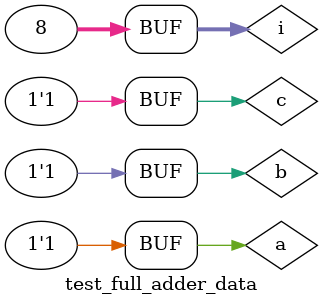
<source format=v>
module test_full_adder_data;
reg a,b,c;
wire s,ca;
integer i;
full_adder_data uut(.a(a),.b(b),.c(c),.s(s),.ca(ca));
initial begin
for(i=0;i<8;i=i+1)
begin
{a,b,c}=i;
#20;
end
end
endmodule

</source>
